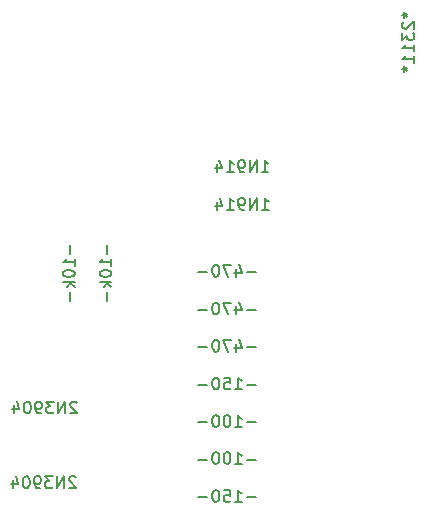
<source format=gbo>
G04 #@! TF.GenerationSoftware,KiCad,Pcbnew,(5.1.6)-1*
G04 #@! TF.CreationDate,2023-11-11T21:49:05+01:00*
G04 #@! TF.ProjectId,15khzvgatester,31356b68-7a76-4676-9174-65737465722e,rev?*
G04 #@! TF.SameCoordinates,Original*
G04 #@! TF.FileFunction,Legend,Bot*
G04 #@! TF.FilePolarity,Positive*
%FSLAX46Y46*%
G04 Gerber Fmt 4.6, Leading zero omitted, Abs format (unit mm)*
G04 Created by KiCad (PCBNEW (5.1.6)-1) date 2023-11-11 21:49:05*
%MOMM*%
%LPD*%
G01*
G04 APERTURE LIST*
%ADD10C,0.150000*%
%ADD11R,2.000000X2.000000*%
%ADD12C,2.000000*%
%ADD13R,1.700000X1.700000*%
%ADD14O,1.700000X1.700000*%
%ADD15C,1.397000*%
%ADD16R,1.998980X1.998980*%
%ADD17C,1.520000*%
%ADD18R,1.520000X1.520000*%
%ADD19C,4.000000*%
%ADD20C,1.600000*%
%ADD21R,1.600000X1.600000*%
%ADD22O,1.600000X1.600000*%
%ADD23O,1.727200X2.032000*%
%ADD24C,4.064000*%
G04 APERTURE END LIST*
D10*
X160526571Y-118659328D02*
X159764666Y-118659328D01*
X158764666Y-119040280D02*
X159336095Y-119040280D01*
X159050380Y-119040280D02*
X159050380Y-118040280D01*
X159145619Y-118183138D01*
X159240857Y-118278376D01*
X159336095Y-118325995D01*
X157859904Y-118040280D02*
X158336095Y-118040280D01*
X158383714Y-118516471D01*
X158336095Y-118468852D01*
X158240857Y-118421233D01*
X158002761Y-118421233D01*
X157907523Y-118468852D01*
X157859904Y-118516471D01*
X157812285Y-118611709D01*
X157812285Y-118849804D01*
X157859904Y-118945042D01*
X157907523Y-118992661D01*
X158002761Y-119040280D01*
X158240857Y-119040280D01*
X158336095Y-118992661D01*
X158383714Y-118945042D01*
X157193238Y-118040280D02*
X157098000Y-118040280D01*
X157002761Y-118087900D01*
X156955142Y-118135519D01*
X156907523Y-118230757D01*
X156859904Y-118421233D01*
X156859904Y-118659328D01*
X156907523Y-118849804D01*
X156955142Y-118945042D01*
X157002761Y-118992661D01*
X157098000Y-119040280D01*
X157193238Y-119040280D01*
X157288476Y-118992661D01*
X157336095Y-118945042D01*
X157383714Y-118849804D01*
X157431333Y-118659328D01*
X157431333Y-118421233D01*
X157383714Y-118230757D01*
X157336095Y-118135519D01*
X157288476Y-118087900D01*
X157193238Y-118040280D01*
X156431333Y-118659328D02*
X155669428Y-118659328D01*
X160526571Y-115458928D02*
X159764666Y-115458928D01*
X158764666Y-115839880D02*
X159336095Y-115839880D01*
X159050380Y-115839880D02*
X159050380Y-114839880D01*
X159145619Y-114982738D01*
X159240857Y-115077976D01*
X159336095Y-115125595D01*
X158145619Y-114839880D02*
X158050380Y-114839880D01*
X157955142Y-114887500D01*
X157907523Y-114935119D01*
X157859904Y-115030357D01*
X157812285Y-115220833D01*
X157812285Y-115458928D01*
X157859904Y-115649404D01*
X157907523Y-115744642D01*
X157955142Y-115792261D01*
X158050380Y-115839880D01*
X158145619Y-115839880D01*
X158240857Y-115792261D01*
X158288476Y-115744642D01*
X158336095Y-115649404D01*
X158383714Y-115458928D01*
X158383714Y-115220833D01*
X158336095Y-115030357D01*
X158288476Y-114935119D01*
X158240857Y-114887500D01*
X158145619Y-114839880D01*
X157193238Y-114839880D02*
X157098000Y-114839880D01*
X157002761Y-114887500D01*
X156955142Y-114935119D01*
X156907523Y-115030357D01*
X156859904Y-115220833D01*
X156859904Y-115458928D01*
X156907523Y-115649404D01*
X156955142Y-115744642D01*
X157002761Y-115792261D01*
X157098000Y-115839880D01*
X157193238Y-115839880D01*
X157288476Y-115792261D01*
X157336095Y-115744642D01*
X157383714Y-115649404D01*
X157431333Y-115458928D01*
X157431333Y-115220833D01*
X157383714Y-115030357D01*
X157336095Y-114935119D01*
X157288476Y-114887500D01*
X157193238Y-114839880D01*
X156431333Y-115458928D02*
X155669428Y-115458928D01*
X160513871Y-112322028D02*
X159751966Y-112322028D01*
X158751966Y-112702980D02*
X159323395Y-112702980D01*
X159037680Y-112702980D02*
X159037680Y-111702980D01*
X159132919Y-111845838D01*
X159228157Y-111941076D01*
X159323395Y-111988695D01*
X158132919Y-111702980D02*
X158037680Y-111702980D01*
X157942442Y-111750600D01*
X157894823Y-111798219D01*
X157847204Y-111893457D01*
X157799585Y-112083933D01*
X157799585Y-112322028D01*
X157847204Y-112512504D01*
X157894823Y-112607742D01*
X157942442Y-112655361D01*
X158037680Y-112702980D01*
X158132919Y-112702980D01*
X158228157Y-112655361D01*
X158275776Y-112607742D01*
X158323395Y-112512504D01*
X158371014Y-112322028D01*
X158371014Y-112083933D01*
X158323395Y-111893457D01*
X158275776Y-111798219D01*
X158228157Y-111750600D01*
X158132919Y-111702980D01*
X157180538Y-111702980D02*
X157085300Y-111702980D01*
X156990061Y-111750600D01*
X156942442Y-111798219D01*
X156894823Y-111893457D01*
X156847204Y-112083933D01*
X156847204Y-112322028D01*
X156894823Y-112512504D01*
X156942442Y-112607742D01*
X156990061Y-112655361D01*
X157085300Y-112702980D01*
X157180538Y-112702980D01*
X157275776Y-112655361D01*
X157323395Y-112607742D01*
X157371014Y-112512504D01*
X157418633Y-112322028D01*
X157418633Y-112083933D01*
X157371014Y-111893457D01*
X157323395Y-111798219D01*
X157275776Y-111750600D01*
X157180538Y-111702980D01*
X156418633Y-112322028D02*
X155656728Y-112322028D01*
X160526571Y-109147028D02*
X159764666Y-109147028D01*
X158764666Y-109527980D02*
X159336095Y-109527980D01*
X159050380Y-109527980D02*
X159050380Y-108527980D01*
X159145619Y-108670838D01*
X159240857Y-108766076D01*
X159336095Y-108813695D01*
X157859904Y-108527980D02*
X158336095Y-108527980D01*
X158383714Y-109004171D01*
X158336095Y-108956552D01*
X158240857Y-108908933D01*
X158002761Y-108908933D01*
X157907523Y-108956552D01*
X157859904Y-109004171D01*
X157812285Y-109099409D01*
X157812285Y-109337504D01*
X157859904Y-109432742D01*
X157907523Y-109480361D01*
X158002761Y-109527980D01*
X158240857Y-109527980D01*
X158336095Y-109480361D01*
X158383714Y-109432742D01*
X157193238Y-108527980D02*
X157098000Y-108527980D01*
X157002761Y-108575600D01*
X156955142Y-108623219D01*
X156907523Y-108718457D01*
X156859904Y-108908933D01*
X156859904Y-109147028D01*
X156907523Y-109337504D01*
X156955142Y-109432742D01*
X157002761Y-109480361D01*
X157098000Y-109527980D01*
X157193238Y-109527980D01*
X157288476Y-109480361D01*
X157336095Y-109432742D01*
X157383714Y-109337504D01*
X157431333Y-109147028D01*
X157431333Y-108908933D01*
X157383714Y-108718457D01*
X157336095Y-108623219D01*
X157288476Y-108575600D01*
X157193238Y-108527980D01*
X156431333Y-109147028D02*
X155669428Y-109147028D01*
X160526571Y-105933928D02*
X159764666Y-105933928D01*
X158859904Y-105648214D02*
X158859904Y-106314880D01*
X159098000Y-105267261D02*
X159336095Y-105981547D01*
X158717047Y-105981547D01*
X158431333Y-105314880D02*
X157764666Y-105314880D01*
X158193238Y-106314880D01*
X157193238Y-105314880D02*
X157098000Y-105314880D01*
X157002761Y-105362500D01*
X156955142Y-105410119D01*
X156907523Y-105505357D01*
X156859904Y-105695833D01*
X156859904Y-105933928D01*
X156907523Y-106124404D01*
X156955142Y-106219642D01*
X157002761Y-106267261D01*
X157098000Y-106314880D01*
X157193238Y-106314880D01*
X157288476Y-106267261D01*
X157336095Y-106219642D01*
X157383714Y-106124404D01*
X157431333Y-105933928D01*
X157431333Y-105695833D01*
X157383714Y-105505357D01*
X157336095Y-105410119D01*
X157288476Y-105362500D01*
X157193238Y-105314880D01*
X156431333Y-105933928D02*
X155669428Y-105933928D01*
X160513871Y-102784328D02*
X159751966Y-102784328D01*
X158847204Y-102498614D02*
X158847204Y-103165280D01*
X159085300Y-102117661D02*
X159323395Y-102831947D01*
X158704347Y-102831947D01*
X158418633Y-102165280D02*
X157751966Y-102165280D01*
X158180538Y-103165280D01*
X157180538Y-102165280D02*
X157085300Y-102165280D01*
X156990061Y-102212900D01*
X156942442Y-102260519D01*
X156894823Y-102355757D01*
X156847204Y-102546233D01*
X156847204Y-102784328D01*
X156894823Y-102974804D01*
X156942442Y-103070042D01*
X156990061Y-103117661D01*
X157085300Y-103165280D01*
X157180538Y-103165280D01*
X157275776Y-103117661D01*
X157323395Y-103070042D01*
X157371014Y-102974804D01*
X157418633Y-102784328D01*
X157418633Y-102546233D01*
X157371014Y-102355757D01*
X157323395Y-102260519D01*
X157275776Y-102212900D01*
X157180538Y-102165280D01*
X156418633Y-102784328D02*
X155656728Y-102784328D01*
X160526571Y-99583928D02*
X159764666Y-99583928D01*
X158859904Y-99298214D02*
X158859904Y-99964880D01*
X159098000Y-98917261D02*
X159336095Y-99631547D01*
X158717047Y-99631547D01*
X158431333Y-98964880D02*
X157764666Y-98964880D01*
X158193238Y-99964880D01*
X157193238Y-98964880D02*
X157098000Y-98964880D01*
X157002761Y-99012500D01*
X156955142Y-99060119D01*
X156907523Y-99155357D01*
X156859904Y-99345833D01*
X156859904Y-99583928D01*
X156907523Y-99774404D01*
X156955142Y-99869642D01*
X157002761Y-99917261D01*
X157098000Y-99964880D01*
X157193238Y-99964880D01*
X157288476Y-99917261D01*
X157336095Y-99869642D01*
X157383714Y-99774404D01*
X157431333Y-99583928D01*
X157431333Y-99345833D01*
X157383714Y-99155357D01*
X157336095Y-99060119D01*
X157288476Y-99012500D01*
X157193238Y-98964880D01*
X156431333Y-99583928D02*
X155669428Y-99583928D01*
X161034666Y-94326080D02*
X161606095Y-94326080D01*
X161320380Y-94326080D02*
X161320380Y-93326080D01*
X161415619Y-93468938D01*
X161510857Y-93564176D01*
X161606095Y-93611795D01*
X160606095Y-94326080D02*
X160606095Y-93326080D01*
X160034666Y-94326080D01*
X160034666Y-93326080D01*
X159510857Y-94326080D02*
X159320380Y-94326080D01*
X159225142Y-94278461D01*
X159177523Y-94230842D01*
X159082285Y-94087985D01*
X159034666Y-93897509D01*
X159034666Y-93516557D01*
X159082285Y-93421319D01*
X159129904Y-93373700D01*
X159225142Y-93326080D01*
X159415619Y-93326080D01*
X159510857Y-93373700D01*
X159558476Y-93421319D01*
X159606095Y-93516557D01*
X159606095Y-93754652D01*
X159558476Y-93849890D01*
X159510857Y-93897509D01*
X159415619Y-93945128D01*
X159225142Y-93945128D01*
X159129904Y-93897509D01*
X159082285Y-93849890D01*
X159034666Y-93754652D01*
X158082285Y-94326080D02*
X158653714Y-94326080D01*
X158368000Y-94326080D02*
X158368000Y-93326080D01*
X158463238Y-93468938D01*
X158558476Y-93564176D01*
X158653714Y-93611795D01*
X157225142Y-93659414D02*
X157225142Y-94326080D01*
X157463238Y-93278461D02*
X157701333Y-93992747D01*
X157082285Y-93992747D01*
X161021966Y-91138380D02*
X161593395Y-91138380D01*
X161307680Y-91138380D02*
X161307680Y-90138380D01*
X161402919Y-90281238D01*
X161498157Y-90376476D01*
X161593395Y-90424095D01*
X160593395Y-91138380D02*
X160593395Y-90138380D01*
X160021966Y-91138380D01*
X160021966Y-90138380D01*
X159498157Y-91138380D02*
X159307680Y-91138380D01*
X159212442Y-91090761D01*
X159164823Y-91043142D01*
X159069585Y-90900285D01*
X159021966Y-90709809D01*
X159021966Y-90328857D01*
X159069585Y-90233619D01*
X159117204Y-90186000D01*
X159212442Y-90138380D01*
X159402919Y-90138380D01*
X159498157Y-90186000D01*
X159545776Y-90233619D01*
X159593395Y-90328857D01*
X159593395Y-90566952D01*
X159545776Y-90662190D01*
X159498157Y-90709809D01*
X159402919Y-90757428D01*
X159212442Y-90757428D01*
X159117204Y-90709809D01*
X159069585Y-90662190D01*
X159021966Y-90566952D01*
X158069585Y-91138380D02*
X158641014Y-91138380D01*
X158355300Y-91138380D02*
X158355300Y-90138380D01*
X158450538Y-90281238D01*
X158545776Y-90376476D01*
X158641014Y-90424095D01*
X157212442Y-90471714D02*
X157212442Y-91138380D01*
X157450538Y-90090761D02*
X157688633Y-90805047D01*
X157069585Y-90805047D01*
X147920528Y-97295057D02*
X147920528Y-98056961D01*
X148301480Y-99056961D02*
X148301480Y-98485533D01*
X148301480Y-98771247D02*
X147301480Y-98771247D01*
X147444338Y-98676009D01*
X147539576Y-98580771D01*
X147587195Y-98485533D01*
X147301480Y-99676009D02*
X147301480Y-99771247D01*
X147349100Y-99866485D01*
X147396719Y-99914104D01*
X147491957Y-99961723D01*
X147682433Y-100009342D01*
X147920528Y-100009342D01*
X148111004Y-99961723D01*
X148206242Y-99914104D01*
X148253861Y-99866485D01*
X148301480Y-99771247D01*
X148301480Y-99676009D01*
X148253861Y-99580771D01*
X148206242Y-99533152D01*
X148111004Y-99485533D01*
X147920528Y-99437914D01*
X147682433Y-99437914D01*
X147491957Y-99485533D01*
X147396719Y-99533152D01*
X147349100Y-99580771D01*
X147301480Y-99676009D01*
X148301480Y-100437914D02*
X147301480Y-100437914D01*
X147920528Y-100533152D02*
X148301480Y-100818866D01*
X147634814Y-100818866D02*
X148015766Y-100437914D01*
X147920528Y-101247438D02*
X147920528Y-102009342D01*
X144809028Y-97295057D02*
X144809028Y-98056961D01*
X145189980Y-99056961D02*
X145189980Y-98485533D01*
X145189980Y-98771247D02*
X144189980Y-98771247D01*
X144332838Y-98676009D01*
X144428076Y-98580771D01*
X144475695Y-98485533D01*
X144189980Y-99676009D02*
X144189980Y-99771247D01*
X144237600Y-99866485D01*
X144285219Y-99914104D01*
X144380457Y-99961723D01*
X144570933Y-100009342D01*
X144809028Y-100009342D01*
X144999504Y-99961723D01*
X145094742Y-99914104D01*
X145142361Y-99866485D01*
X145189980Y-99771247D01*
X145189980Y-99676009D01*
X145142361Y-99580771D01*
X145094742Y-99533152D01*
X144999504Y-99485533D01*
X144809028Y-99437914D01*
X144570933Y-99437914D01*
X144380457Y-99485533D01*
X144285219Y-99533152D01*
X144237600Y-99580771D01*
X144189980Y-99676009D01*
X145189980Y-100437914D02*
X144189980Y-100437914D01*
X144809028Y-100533152D02*
X145189980Y-100818866D01*
X144523314Y-100818866D02*
X144904266Y-100437914D01*
X144809028Y-101247438D02*
X144809028Y-102009342D01*
X145369085Y-110642519D02*
X145321466Y-110594900D01*
X145226228Y-110547280D01*
X144988133Y-110547280D01*
X144892895Y-110594900D01*
X144845276Y-110642519D01*
X144797657Y-110737757D01*
X144797657Y-110832995D01*
X144845276Y-110975852D01*
X145416704Y-111547280D01*
X144797657Y-111547280D01*
X144369085Y-111547280D02*
X144369085Y-110547280D01*
X143797657Y-111547280D01*
X143797657Y-110547280D01*
X143416704Y-110547280D02*
X142797657Y-110547280D01*
X143130990Y-110928233D01*
X142988133Y-110928233D01*
X142892895Y-110975852D01*
X142845276Y-111023471D01*
X142797657Y-111118709D01*
X142797657Y-111356804D01*
X142845276Y-111452042D01*
X142892895Y-111499661D01*
X142988133Y-111547280D01*
X143273847Y-111547280D01*
X143369085Y-111499661D01*
X143416704Y-111452042D01*
X142321466Y-111547280D02*
X142130990Y-111547280D01*
X142035752Y-111499661D01*
X141988133Y-111452042D01*
X141892895Y-111309185D01*
X141845276Y-111118709D01*
X141845276Y-110737757D01*
X141892895Y-110642519D01*
X141940514Y-110594900D01*
X142035752Y-110547280D01*
X142226228Y-110547280D01*
X142321466Y-110594900D01*
X142369085Y-110642519D01*
X142416704Y-110737757D01*
X142416704Y-110975852D01*
X142369085Y-111071090D01*
X142321466Y-111118709D01*
X142226228Y-111166328D01*
X142035752Y-111166328D01*
X141940514Y-111118709D01*
X141892895Y-111071090D01*
X141845276Y-110975852D01*
X141226228Y-110547280D02*
X141130990Y-110547280D01*
X141035752Y-110594900D01*
X140988133Y-110642519D01*
X140940514Y-110737757D01*
X140892895Y-110928233D01*
X140892895Y-111166328D01*
X140940514Y-111356804D01*
X140988133Y-111452042D01*
X141035752Y-111499661D01*
X141130990Y-111547280D01*
X141226228Y-111547280D01*
X141321466Y-111499661D01*
X141369085Y-111452042D01*
X141416704Y-111356804D01*
X141464323Y-111166328D01*
X141464323Y-110928233D01*
X141416704Y-110737757D01*
X141369085Y-110642519D01*
X141321466Y-110594900D01*
X141226228Y-110547280D01*
X140035752Y-110880614D02*
X140035752Y-111547280D01*
X140273847Y-110499661D02*
X140511942Y-111213947D01*
X139892895Y-111213947D01*
X145280185Y-116979819D02*
X145232566Y-116932200D01*
X145137328Y-116884580D01*
X144899233Y-116884580D01*
X144803995Y-116932200D01*
X144756376Y-116979819D01*
X144708757Y-117075057D01*
X144708757Y-117170295D01*
X144756376Y-117313152D01*
X145327804Y-117884580D01*
X144708757Y-117884580D01*
X144280185Y-117884580D02*
X144280185Y-116884580D01*
X143708757Y-117884580D01*
X143708757Y-116884580D01*
X143327804Y-116884580D02*
X142708757Y-116884580D01*
X143042090Y-117265533D01*
X142899233Y-117265533D01*
X142803995Y-117313152D01*
X142756376Y-117360771D01*
X142708757Y-117456009D01*
X142708757Y-117694104D01*
X142756376Y-117789342D01*
X142803995Y-117836961D01*
X142899233Y-117884580D01*
X143184947Y-117884580D01*
X143280185Y-117836961D01*
X143327804Y-117789342D01*
X142232566Y-117884580D02*
X142042090Y-117884580D01*
X141946852Y-117836961D01*
X141899233Y-117789342D01*
X141803995Y-117646485D01*
X141756376Y-117456009D01*
X141756376Y-117075057D01*
X141803995Y-116979819D01*
X141851614Y-116932200D01*
X141946852Y-116884580D01*
X142137328Y-116884580D01*
X142232566Y-116932200D01*
X142280185Y-116979819D01*
X142327804Y-117075057D01*
X142327804Y-117313152D01*
X142280185Y-117408390D01*
X142232566Y-117456009D01*
X142137328Y-117503628D01*
X141946852Y-117503628D01*
X141851614Y-117456009D01*
X141803995Y-117408390D01*
X141756376Y-117313152D01*
X141137328Y-116884580D02*
X141042090Y-116884580D01*
X140946852Y-116932200D01*
X140899233Y-116979819D01*
X140851614Y-117075057D01*
X140803995Y-117265533D01*
X140803995Y-117503628D01*
X140851614Y-117694104D01*
X140899233Y-117789342D01*
X140946852Y-117836961D01*
X141042090Y-117884580D01*
X141137328Y-117884580D01*
X141232566Y-117836961D01*
X141280185Y-117789342D01*
X141327804Y-117694104D01*
X141375423Y-117503628D01*
X141375423Y-117265533D01*
X141327804Y-117075057D01*
X141280185Y-116979819D01*
X141232566Y-116932200D01*
X141137328Y-116884580D01*
X139946852Y-117217914D02*
X139946852Y-117884580D01*
X140184947Y-116836961D02*
X140423042Y-117551247D01*
X139803995Y-117551247D01*
X172942780Y-77846585D02*
X173180876Y-77846585D01*
X173085638Y-77608490D02*
X173180876Y-77846585D01*
X173085638Y-78084680D01*
X173371352Y-77703728D02*
X173180876Y-77846585D01*
X173371352Y-77989442D01*
X173038019Y-78418014D02*
X172990400Y-78465633D01*
X172942780Y-78560871D01*
X172942780Y-78798966D01*
X172990400Y-78894204D01*
X173038019Y-78941823D01*
X173133257Y-78989442D01*
X173228495Y-78989442D01*
X173371352Y-78941823D01*
X173942780Y-78370395D01*
X173942780Y-78989442D01*
X172942780Y-79322776D02*
X172942780Y-79941823D01*
X173323733Y-79608490D01*
X173323733Y-79751347D01*
X173371352Y-79846585D01*
X173418971Y-79894204D01*
X173514209Y-79941823D01*
X173752304Y-79941823D01*
X173847542Y-79894204D01*
X173895161Y-79846585D01*
X173942780Y-79751347D01*
X173942780Y-79465633D01*
X173895161Y-79370395D01*
X173847542Y-79322776D01*
X173942780Y-80894204D02*
X173942780Y-80322776D01*
X173942780Y-80608490D02*
X172942780Y-80608490D01*
X173085638Y-80513252D01*
X173180876Y-80418014D01*
X173228495Y-80322776D01*
X173942780Y-81846585D02*
X173942780Y-81275157D01*
X173942780Y-81560871D02*
X172942780Y-81560871D01*
X173085638Y-81465633D01*
X173180876Y-81370395D01*
X173228495Y-81275157D01*
X172942780Y-82418014D02*
X173180876Y-82418014D01*
X173085638Y-82179919D02*
X173180876Y-82418014D01*
X173085638Y-82656109D01*
X173371352Y-82275157D02*
X173180876Y-82418014D01*
X173371352Y-82560871D01*
%LPC*%
D11*
X122174000Y-121285000D03*
D12*
X127254000Y-121285000D03*
D11*
X114554000Y-93345000D03*
X117094000Y-93345000D03*
X119634000Y-93345000D03*
X119634000Y-90805000D03*
X117094000Y-90805000D03*
X114554000Y-90805000D03*
X114554000Y-88265000D03*
X117094000Y-88265000D03*
X119634000Y-88265000D03*
X119634000Y-85725000D03*
X117094000Y-85725000D03*
X114554000Y-85725000D03*
X114554000Y-83185000D03*
X117094000Y-83185000D03*
X119634000Y-83185000D03*
X114554000Y-116205000D03*
X117094000Y-116205000D03*
X119634000Y-116205000D03*
X119634000Y-118745000D03*
X117094000Y-118745000D03*
X114554000Y-118745000D03*
X117094000Y-121285000D03*
X114554000Y-121285000D03*
X114554000Y-123825000D03*
X117094000Y-123825000D03*
X119634000Y-123825000D03*
X119634000Y-121285000D03*
X122174000Y-118745000D03*
X122174000Y-116205000D03*
X122174000Y-113665000D03*
X119634000Y-113665000D03*
X117094000Y-113665000D03*
X114554000Y-113665000D03*
X122174000Y-83185000D03*
X122174000Y-85725000D03*
X122174000Y-88265000D03*
X122174000Y-90805000D03*
X122174000Y-93345000D03*
X122174000Y-95885000D03*
X119634000Y-95885000D03*
X117094000Y-95885000D03*
X114554000Y-95885000D03*
X122174000Y-80645000D03*
X119634000Y-80645000D03*
X117094000Y-80645000D03*
X114554000Y-80645000D03*
X124714000Y-113665000D03*
X124714000Y-116205000D03*
X124714000Y-118745000D03*
X127254000Y-118745000D03*
X134874000Y-123825000D03*
X132334000Y-123825000D03*
X129794000Y-123825000D03*
X134874000Y-118745000D03*
X114554000Y-111125000D03*
X114554000Y-108585000D03*
X114554000Y-106045000D03*
X114554000Y-103505000D03*
X114554000Y-100965000D03*
X114554000Y-98425000D03*
X124714000Y-95885000D03*
X124714000Y-93345000D03*
X124714000Y-90805000D03*
X124714000Y-88265000D03*
X124714000Y-85725000D03*
X124714000Y-83185000D03*
X124714000Y-80645000D03*
X127254000Y-80645000D03*
X117094000Y-78105000D03*
X114554000Y-78105000D03*
X117094000Y-75565000D03*
X114554000Y-75565000D03*
X122174000Y-78105000D03*
X119634000Y-78105000D03*
X122174000Y-75565000D03*
X119634000Y-75565000D03*
X119634000Y-111125000D03*
X117094000Y-111125000D03*
X119634000Y-108585000D03*
X117094000Y-108585000D03*
X119634000Y-106045000D03*
X117094000Y-106045000D03*
X119634000Y-103505000D03*
X117094000Y-103505000D03*
X119634000Y-100965000D03*
X117094000Y-100965000D03*
X119634000Y-98425000D03*
X117094000Y-98425000D03*
X124714000Y-111125000D03*
X122174000Y-111125000D03*
X124714000Y-108585000D03*
X122174000Y-108585000D03*
X124714000Y-106045000D03*
X122174000Y-106045000D03*
X124714000Y-103505000D03*
X122174000Y-103505000D03*
X124714000Y-100965000D03*
X122174000Y-100965000D03*
X124714000Y-98425000D03*
X122174000Y-98425000D03*
X132334000Y-121285000D03*
X129794000Y-121285000D03*
X132334000Y-118745000D03*
X129794000Y-118745000D03*
X129794000Y-116205000D03*
X127254000Y-116205000D03*
X129794000Y-113665000D03*
X127254000Y-113665000D03*
X129794000Y-111125000D03*
X127254000Y-111125000D03*
X129794000Y-108585000D03*
X127254000Y-108585000D03*
X129794000Y-106045000D03*
X127254000Y-106045000D03*
X129794000Y-103505000D03*
X127254000Y-103505000D03*
X129794000Y-100965000D03*
X127254000Y-100965000D03*
X129794000Y-98425000D03*
X127254000Y-98425000D03*
X129794000Y-95885000D03*
X127254000Y-95885000D03*
X129794000Y-93345000D03*
X127254000Y-93345000D03*
X129794000Y-90805000D03*
X127254000Y-90805000D03*
X129794000Y-88265000D03*
X127254000Y-88265000D03*
X129794000Y-85725000D03*
X127254000Y-85725000D03*
X129794000Y-83185000D03*
X127254000Y-83185000D03*
X134874000Y-116205000D03*
X132334000Y-116205000D03*
X134874000Y-113665000D03*
X132334000Y-113665000D03*
X134874000Y-111125000D03*
X132334000Y-111125000D03*
X134874000Y-108585000D03*
X132334000Y-108585000D03*
X134874000Y-106045000D03*
X132334000Y-106045000D03*
X134874000Y-103505000D03*
X132334000Y-103505000D03*
X134874000Y-100965000D03*
X132334000Y-100965000D03*
X134874000Y-98425000D03*
X132334000Y-98425000D03*
X134874000Y-95885000D03*
X132334000Y-95885000D03*
X134874000Y-93345000D03*
X132334000Y-93345000D03*
X134874000Y-90805000D03*
X132334000Y-90805000D03*
X134874000Y-88265000D03*
X132334000Y-88265000D03*
X134874000Y-85725000D03*
X132334000Y-85725000D03*
X134874000Y-83185000D03*
X132334000Y-83185000D03*
X134874000Y-80645000D03*
X132334000Y-80645000D03*
X129794000Y-80645000D03*
X129794000Y-78105000D03*
X132334000Y-78105000D03*
X134874000Y-78105000D03*
X134874000Y-121285000D03*
X137414000Y-118745000D03*
X137414000Y-116205000D03*
X137414000Y-113665000D03*
X137414000Y-111125000D03*
X137414000Y-108585000D03*
X137414000Y-106045000D03*
X137414000Y-103505000D03*
X137414000Y-100965000D03*
X137414000Y-98425000D03*
X137414000Y-95885000D03*
X137414000Y-93345000D03*
X137414000Y-90805000D03*
X137414000Y-88265000D03*
X137414000Y-85725000D03*
X137414000Y-83185000D03*
X137414000Y-80645000D03*
X137414000Y-78105000D03*
D13*
X154178000Y-81161000D03*
D14*
X154178000Y-83701000D03*
X156718000Y-81161000D03*
X156718000Y-83701000D03*
X159258000Y-81161000D03*
X159258000Y-83701000D03*
X161798000Y-81161000D03*
X161798000Y-83701000D03*
X164338000Y-81161000D03*
X164338000Y-83701000D03*
D13*
X151748000Y-91067000D03*
D14*
X151748000Y-93607000D03*
X151748000Y-96147000D03*
D15*
X141588000Y-78621000D03*
X146668000Y-78621000D03*
X141588000Y-86241000D03*
X146668000Y-86241000D03*
D16*
X153096740Y-109101000D03*
X163099260Y-109101000D03*
X153096740Y-118626000D03*
X163099260Y-118626000D03*
X147938000Y-104498520D03*
X147938000Y-94496000D03*
X144763000Y-94496000D03*
X144763000Y-104498520D03*
X153096740Y-112276000D03*
X163099260Y-112276000D03*
X153096740Y-115451000D03*
X163099260Y-115451000D03*
X163099260Y-105926000D03*
X153096740Y-105926000D03*
X163099260Y-102751000D03*
X153096740Y-102751000D03*
X163099260Y-99576000D03*
X153096740Y-99576000D03*
D17*
X147303000Y-109101000D03*
X144763000Y-109101000D03*
D18*
X149843000Y-109101000D03*
D17*
X147303000Y-115451000D03*
X144763000Y-115451000D03*
D18*
X149843000Y-115451000D03*
D19*
X168408000Y-92276000D03*
X168408000Y-117276000D03*
D20*
X170948000Y-109621000D03*
X170948000Y-107331000D03*
X170948000Y-105041000D03*
X170948000Y-102751000D03*
X170948000Y-100461000D03*
X168968000Y-108476000D03*
X168968000Y-106186000D03*
X168968000Y-103896000D03*
X168968000Y-101606000D03*
X168968000Y-99316000D03*
X166988000Y-109621000D03*
X166988000Y-107331000D03*
X166988000Y-105041000D03*
X166988000Y-102751000D03*
D21*
X166988000Y-100461000D03*
X163178000Y-93861000D03*
D22*
X155558000Y-93861000D03*
D21*
X163178000Y-90686000D03*
D22*
X155558000Y-90686000D03*
D23*
X138938000Y-123825000D03*
X141478000Y-123825000D03*
X144018000Y-123825000D03*
X146558000Y-123825000D03*
X149098000Y-123825000D03*
X151638000Y-123825000D03*
X154178000Y-123825000D03*
X156718000Y-123825000D03*
X161798000Y-123825000D03*
X164338000Y-123825000D03*
X166878000Y-123825000D03*
X169418000Y-123825000D03*
X171958000Y-123825000D03*
X174498000Y-123825000D03*
X129794000Y-75565000D03*
X132334000Y-75565000D03*
X134874000Y-75565000D03*
X137414000Y-75565000D03*
X139954000Y-75565000D03*
X142494000Y-75565000D03*
X145034000Y-75565000D03*
X147574000Y-75565000D03*
X150114000Y-75565000D03*
X152654000Y-75565000D03*
X156718000Y-75565000D03*
X159258000Y-75565000D03*
X161798000Y-75565000D03*
X164338000Y-75565000D03*
X166878000Y-75565000D03*
X169418000Y-75565000D03*
X171958000Y-75565000D03*
X174498000Y-75565000D03*
D24*
X124968000Y-123825000D03*
X177038000Y-118745000D03*
X126238000Y-75565000D03*
X177038000Y-90805000D03*
M02*

</source>
